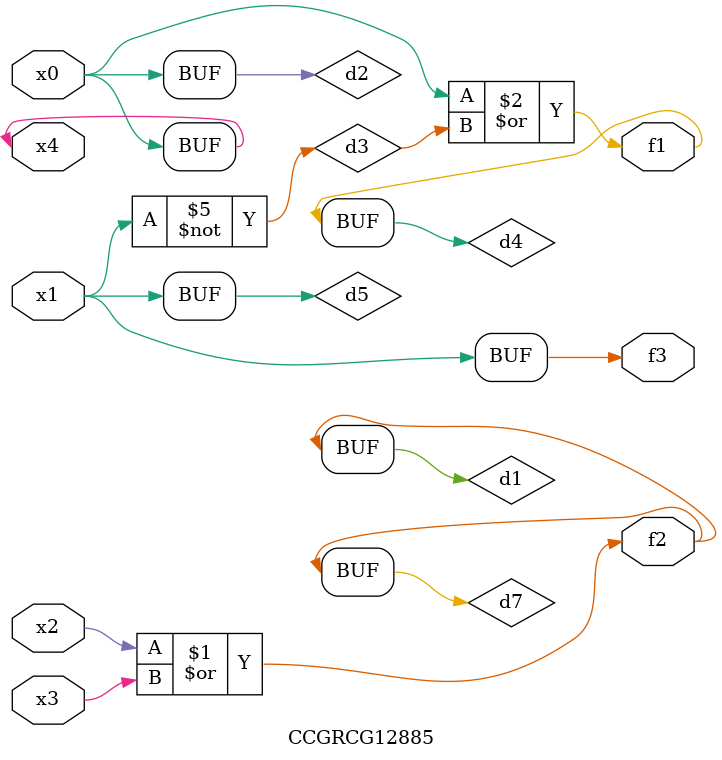
<source format=v>
module CCGRCG12885(
	input x0, x1, x2, x3, x4,
	output f1, f2, f3
);

	wire d1, d2, d3, d4, d5, d6, d7;

	or (d1, x2, x3);
	buf (d2, x0, x4);
	not (d3, x1);
	or (d4, d2, d3);
	not (d5, d3);
	nand (d6, d1, d3);
	or (d7, d1);
	assign f1 = d4;
	assign f2 = d7;
	assign f3 = d5;
endmodule

</source>
